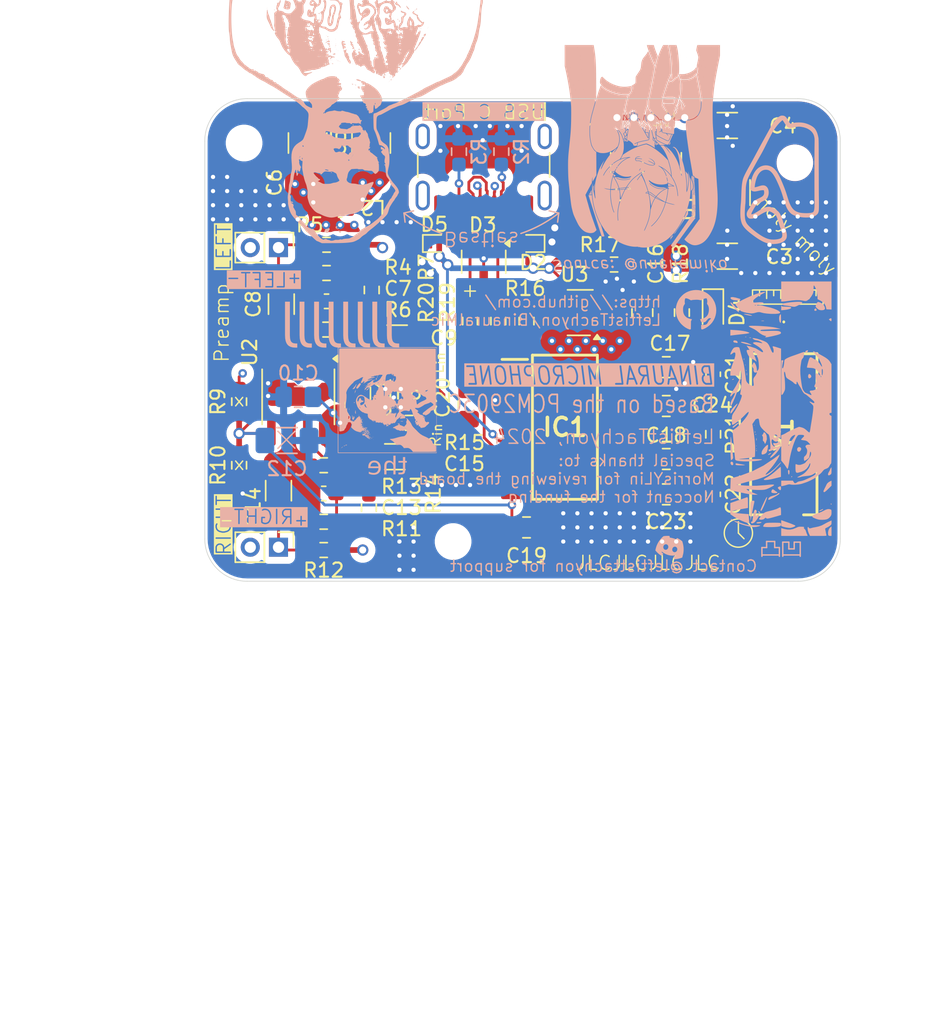
<source format=kicad_pcb>
(kicad_pcb (version 20241229) (generator "pcbnew") (generator_version "9.0")
  (layers (0 "F.Cu" signal) (4 "In1.Cu" signal) (6 "In2.Cu" signal) (2 "B.Cu" signal) (13 "F.Paste" user) (15 "B.Paste" user) (5 "F.SilkS" user "F.Silkscreen") (7 "B.SilkS" user "B.Silkscreen") (1 "F.Mask" user) (3 "B.Mask" user) (25 "Edge.Cuts" user))
  (net 0 "")
  (net 1 "+3.3VA")
  (net 2 "GND")
  (net 3 "VCC")
  (net 4 "/VCOM")
  (net 5 "/USB ADC/XTI")
  (net 6 "/USB ADC/XTO")
  (net 7 "/VBUS")
  (net 8 "+5V")
  (net 9 "/Mic Preamp/VOUT_{L}")
  (net 10 "/Mic Preamp/VN_{L}")
  (net 11 "/VRAW_{L}")
  (net 12 "/Mic Preamp/VOUT_{L}_R")
  (net 13 "/VIN_{L}")
  (net 14 "/Mic Preamp/VOUT_{R}")
  (net 15 "/Mic Preamp/VN_{R}")
  (net 16 "/VRAW_{R}")
  (net 17 "/Mic Preamp/VOUT_{R}_R")
  (net 18 "/VIN_{R}")
  (net 19 "/USB ADC/~{SSPND}_R")
  (net 20 "/D+")
  (net 21 "/D-")
  (net 22 "/DOUT")
  (net 23 "/USB ADC/D_R+")
  (net 26 "/USB ADC/D_R-")
  (net 30 "/USB ADC/~{SSPND}")
  (net 34 "/Connectors/CC1")
  (net 35 "/Connectors/CC2")
  (net 36 "/USB ADC/D+_PUR")
  (footprint "Connector_PinHeader_2.00mm:PinHeader_1x02_P2.00mm_Vertical" (layer "F.Cu") (at 126.0375 61.6 -90)
    (property "Reference" "J4" (hide yes))
    (property "Value" "Conn_01x02_Pin")
  )
  (footprint "MountingHole:MountingHole_2.2mm_M2" (layer "F.Cu") (at 123.6 54.2)
    (property "Reference" "REF**" (hide yes))
    (property "Value" "MountingHole_2.2mm_M2")
  )
  (footprint "binauralmic:ABLS" (layer "F.Cu") (at 161.815981 74.809545 -90)
    (property "Reference" "Y1")
    (property "Value" "ABLS-12.000MHZ-20-D-3-H-T" (hide yes))
  )
  (footprint "Capacitor_SMD:C_1206_3216Metric_Pad1.33x1.80mm_HandSolder" (layer "F.Cu") (at 157.815981 52.959545)
    (property "Reference" "C4")
    (property "Value" "1u")
  )
  (footprint "Capacitor_SMD:C_0805_2012Metric_Pad1.18x1.45mm_HandSolder" (layer "F.Cu") (at 143.6 81.4 180)
    (property "Reference" "C19")
    (property "Value" "10u")
  )
  (footprint "Capacitor_SMD:C_0603_1608Metric_Pad1.08x0.95mm_HandSolder" (layer "F.Cu") (at 129.4375 65.4)
    (property "Reference" "C7")
    (property "Value" "68p")
  )
  (footprint "Resistor_SMD:R_0603_1608Metric_Pad0.98x0.95mm_HandSolder" (layer "F.Cu") (at 154.6 66.2 -90)
    (property "Reference" "R18")
    (property "Value" "5.6k")
  )
  (footprint "Resistor_SMD:R_0603_1608Metric_Pad0.98x0.95mm_HandSolder" (layer "F.Cu") (at 149.8 62.8)
    (property "Reference" "R17")
    (property "Value" "1M")
  )
  (footprint "Resistor_SMD:R_0603_1608Metric_Pad0.98x0.95mm_HandSolder" (layer "F.Cu") (at 132.4375 80 90)
    (property "Reference" "R14")
    (property "Value" "49.9")
  )
  (footprint "Resistor_SMD:R_0603_1608Metric_Pad0.98x0.95mm_HandSolder" (layer "F.Cu") (at 139.6 66.8 -90)
    (property "Reference" "R20")
    (property "Value" "22")
  )
  (footprint "Capacitor_SMD:C_1210_3225Metric_Pad1.33x2.70mm_HandSolder" (layer "F.Cu") (at 128.1 54.200002 90)
    (property "Reference" "C6")
    (property "Value" "22u")
  )
  (footprint "Resistor_SMD:R_0603_1608Metric_Pad0.98x0.95mm_HandSolder" (layer "F.Cu") (at 132.6375 64.6 -90)
    (property "Reference" "R7")
    (property "Value" "49.9")
  )
  (footprint "Resistor_SMD:R_0603_1608Metric_Pad0.98x0.95mm_HandSolder" (layer "F.Cu") (at 129.2375 81)
    (property "Reference" "R11")
    (property "Value" "1M")
  )
  (footprint "Package_TO_SOT_SMD:SOT-23-5_HandSoldering" (layer "F.Cu") (at 147.4 66.2 180)
    (property "Reference" "U3")
    (property "Value" "74LVC1G08")
  )
  (footprint "Connector_PinHeader_2.00mm:PinHeader_1x02_P2.00mm_Vertical" (layer "F.Cu") (at 126.0375 82.8 -90)
    (property "Reference" "J3" (hide yes))
    (property "Value" "Conn_01x02_Pin")
  )
  (footprint "Capacitor_SMD:C_1206_3216Metric_Pad1.33x1.80mm_HandSolder" (layer "F.Cu") (at 134.275 76.4)
    (property "Reference" "C15")
    (property "Value" "4.7u")
  )
  (footprint "Resistor_SMD:R_0603_1608Metric_Pad0.98x0.95mm_HandSolder" (layer "F.Cu") (at 141.6 66.8 -90)
    (property "Reference" "R19")
    (property "Value" "22")
  )
  (footprint "Capacitor_SMD:C_1210_3225Metric_Pad1.33x2.70mm_HandSolder" (layer "F.Cu") (at 148.2 55.6 90)
    (property "Reference" "C1")
    (property "Value" "22u")
  )
  (footprint "Resistor_SMD:R_0603_1608Metric_Pad0.98x0.95mm_HandSolder" (layer "F.Cu") (at 129.4375 61.4 180)
    (property "Reference" "R5")
    (property "Value" "5.9k")
  )
  (footprint "Package_SO:SOIC-8_3.9x4.9mm_P1.27mm" (layer "F.Cu") (at 127.4375 72.162498 -90)
    (property "Reference" "U2")
    (property "Value" "TL972QDRQ1")
  )
  (footprint "Capacitor_SMD:C_0603_1608Metric_Pad1.08x0.95mm_HandSolder" (layer "F.Cu") (at 156.815981 79.059544 -90)
    (property "Reference" "C22")
    (property "Value" "16p")
  )
  (footprint "Resistor_SMD:R_0603_1608Metric_Pad0.98x0.95mm_HandSolder" (layer "F.Cu") (at 129.4375 63.4)
    (property "Reference" "R4")
    (property "Value" "1M")
  )
  (footprint "MountingHole:MountingHole_2.2mm_M2" (layer "F.Cu") (at 162.6 55.6)
    (property "Reference" "REF**" (hide yes))
    (property "Value" "MountingHole_2.2mm_M2")
  )
  (footprint "Inductor_SMD:L_Coilcraft_XFL2010" (layer "F.Cu") (at 130.4 58.450003 180)
    (property "Reference" "L2")
    (property "Value" "XFL2010-823ME")
  )
  (footprint "Capacitor_SMD:C_1206_3216Metric_Pad1.33x1.80mm_HandSolder" (layer "F.Cu") (at 131.6375 72.2 90)
    (property "Reference" "C11")
    (property "Value" "1u")
  )
  (footprint "MountingHole:MountingHole_2.2mm_M2" (layer "F.Cu") (at 138.4 82.4)
    (property "Reference" "REF**" (hide yes))
    (property "Value" "MountingHole_2.2mm_M2")
  )
  (footprint "Resistor_SMD:R_0603_1608Metric_Pad0.98x0.95mm_HandSolder" (layer "F.Cu") (at 129.2375 83 180)
    (property "Reference" "R12")
    (property "Value" "5.9k")
  )
  (footprint "Resistor_SMD:R_0603_1608Metric_Pad0.98x0.95mm_HandSolder" (layer "F.Cu") (at 143.6 66.8 90)
    (property "Reference" "R16")
    (property "Value" "1.5k")
  )
  (footprint "Capacitor_SMD:C_0805_2012Metric_Pad1.18x1.45mm_HandSolder" (layer "F.Cu") (at 151.8 66.2 -90)
    (property "Reference" "C16")
    (property "Value" "0.1u")
  )
  (footprint "LED_SMD:LED_0603_1608Metric_Pad1.05x0.95mm_HandSolder" (layer "F.Cu") (at 156.8 66.2 -90)
    (property "Reference" "D4")
    (property "Value" "LTST-C193KRKT-2A")
  )
  (footprint "Capacitor_SMD:C_1210_3225Metric_Pad1.33x2.70mm_HandSolder" (layer "F.Cu") (at 132.6 54.2 90)
    (property "Reference" "C5")
    (property "Value" "22u")
  )
  (footprint "Capacitor_SMD:C_1206_3216Metric_Pad1.33x1.80mm_HandSolder" (layer "F.Cu") (at 126.2375 65.6 -90)
    (property "Reference" "C8")
    (property "Value" "4.7u")
  )
  (footprint "Capacitor_SMD:C_1206_3216Metric_Pad1.33x1.80mm_HandSolder" (layer "F.Cu") (at 134.4375 68)
    (property "Reference" "C9")
    (property "Value" "4.7u")
  )
  (footprint "Capacitor_SMD:C_1206_3216Metric_Pad1.33x1.80mm_HandSolder" (layer "F.Cu") (at 126.0375 78.8 90)
    (property "Reference" "C14")
    (property "Value" "4.7u")
  )
  (footprint "Capacitor_SMD:C_0603_1608Metric_Pad1.08x0.95mm_HandSolder" (layer "F.Cu") (at 156.815982 70.559546 90)
    (property "Reference" "C21")
    (property "Value" "16p")
  )
  (footprint "Package_TO_SOT_SMD:SOT-23-5_HandSoldering" (layer "F.Cu") (at 157.815981 57.709545 90)
    (property "Reference" "U1")
    (property "Value" "MIC5504-3.3YM5")
  )
  (footprint "Resistor_SMD:R_0603_1608Metric_Pad0.98x0.95mm_HandSolder" (layer "F.Cu") (at 129.2375 77)
    (property "Reference" "R13")
    (property "Value" "18k")
  )
  (footprint "Resistor_SMD:R_0603_1608Metric_Pad0.98x0.95mm_HandSolder" (layer "F.Cu") (at 135.2375 70.4 180)
    (property "Reference" "R8")
    (property "Value" "100k")
  )
  (footprint "Capacitor_SMD:C_1210_3225Metric_Pad1.33x2.70mm_HandSolder" (layer "F.Cu") (at 153.2 55.6 90)
    (property "Reference" "C2")
    (property "Value" "22u")
  )
  (footprint "Inductor_SMD:L_Coilcraft_XFL2010" (layer "F.Cu") (at 150.6 59.8)
    (property "Reference" "L1")
    (property "Value" "XFL2010-823ME")
  )
  (footprint "Diode_SMD:D_SOD-882" (layer "F.Cu") (at 137.065982 61.309546)
    (property "Reference" "D5")
    (property "Value" "PESD5V5C1BL")
  )
  (footprint "Capacitor_SMD:C_0603_1608Metric_Pad1.08x0.95mm_HandSolder" (layer "F.Cu") (at 129.2375 79)
    (property "Reference" "C13")
    (property "Value" "68p")
  )
  (footprint "Capacitor_SMD:C_0805_2012Metric_Pad1.18x1.45mm_HandSolder" (layer "F.Cu") (at 153.493482 72.809545)
    (property "Reference" "C24")
    (property "Value" "10u")
  )
  (footprint "Capacitor_SMD:C_0805_2012Metric_Pad1.18x1.45mm_HandSolder" (layer "F.Cu") (at 153.493483 79.059546)
    (property "Reference" "C23")
    (property "Value" "10u")
  )
  (footprint "Capacitor_SMD:C_1206_3216Metric_Pad1.33x1.80mm_HandSolder" (layer "F.Cu") (at 157.815981 62.209545)
    (property "Reference" "C3")
    (property "Value" "1u")
  )
  (footprint "Capacitor_SMD:C_0805_2012Metric_Pad1.18x1.45mm_HandSolder" (layer "F.Cu") (at 153.493482 70.059546)
    (property "Reference" "C17")
    (property "Value" "10u")
  )
  (footprint "Resistor_SMD:R_0603_1608Metric_Pad0.98x0.95mm_HandSolder" (layer "F.Cu") (at 135.275 74 180)
    (property "Reference" "R15")
    (property "Value" "100k")
  )
  (footprint "Resistor_SMD:R_0603_1608Metric_Pad0.98x0.95mm_HandSolder" (layer "F.Cu") (at 123.25 77 -90)
    (property "Reference" "R10")
    (property "Value" "100k")
  )
  (footprint "Diode_SMD:D_SOD-882" (layer "F.Cu") (at 144.065981 61.309546 180)
    (property "Reference" "D2")
    (property "Value" "PESD5V5C1BL")
  )
  (footprint "Connector_USB:USB_C_Receptacle_GCT_USB4105-xx-A_16P_TopMnt_Horizontal" (layer "F.Cu") (at 140.565981 54.809546 180)
    (property "Reference" "J2" (hide yes))
    (property "Value" "USB4105-GF-A-120")
  )
  (footprint "Capacitor_SMD:C_0805_2012Metric_Pad1.18x1.45mm_HandSolder" (layer "F.Cu") (at 153.49348 76.559546)
    (property "Reference" "C18")
    (property "Value" "10u")
  )
  (footprint "Resistor_SMD:R_0603_1608Metric_Pad0.98x0.95mm_HandSolder" (layer "F.Cu") (at 129.4375 67.4)
    (property "Reference" "R6")
    (property "Value" "18k")
  )
  (footprint "binauralmic:SOP65P780X200-28N" (layer "F.Cu") (at 146.315982 74.309546)
    (property "Reference" "IC1")
    (property "Value" "PCM2903CDBR" (hide yes))
  )
  (footprint "Capacitor_SMD:C_0805_2012Metric_Pad1.18x1.45mm_HandSolder" (layer "F.Cu") (at 139.5 72.7 -90)
    (property "Reference" "C20")
    (property "Value" "10u")
  )
  (footprint "Package_TO_SOT_SMD:SOT-23-3" (layer "F.Cu") (at 140.565981 62.6 -90)
    (property "Reference" "D3")
    (property "Value" "PESD2USB3UVT-QR")
  )
  (footprint "Resistor_SMD:R_0603_1608Metric_Pad0.98x0.95mm_HandSolder" (layer "F.Cu") (at 156.815981 74.809545 -90)
    (property "Reference" "R21")
    (property "Value" "1M")
  )
  (footprint "Resistor_SMD:R_0603_1608Metric_Pad0.98x0.95mm_HandSolder" (layer "F.Cu") (at 123.25 72.5 -90)
    (property "Reference" "R9")
    (property "Value" "100k")
  )
  (footprint "LOGO" (layer "B.Cu") (at 130.441777 53.096203)
    (property "Reference" "G***" (hide yes))
    (property "Value" "LOGO" (hide yes))
  )
  (footprint "LOGO" (layer "B.Cu") (at 151.8 54.6)
    (property "Reference" "G***" (hide yes))
    (property "Value" "LOGO" (hide yes))
  )
  (footprint "LOGO" (layer "B.Cu") (at 159.8 73 -90)
    (property "Reference" "G***" (hide yes))
    (property "Value" "LOGO" (hide yes))
  )
  (footprint "LOGO" (layer "B.Cu") (at 161.4 56.8 -90)
    (property "Reference" "G***" (hide yes))
    (property "Value" "LOGO" (hide yes))
  )
  (footprint "Resistor_SMD:R_0603_1608Metric_Pad0.98x0.95mm_HandSolder" (layer "B.Cu") (at 141.81598 54.809546 90)
    (property "Reference" "R2")
    (property "Value" "5.1k")
  )
  (footprint "LOGO" (layer "B.Cu") (at 163.4 73 -90)
    (property "Reference" "G***" (hide yes))
    (property "Value" "LOGO" (hide yes))
  )
  (footprint "Resistor_SMD:R_0603_1608Metric_Pad0.98x0.95mm_HandSolder" (layer "B.Cu") (at 138.815982 54.809546 90)
    (property "Reference" "R3")
    (property "Value" "5.1k")
  )
  (footprint "LOGO" (layer "B.Cu") (at 153.8 82.8 165)
    (property "Reference" "G***" (hide yes))
    (property "Value" "LOGO" (hide yes))
  )
  (footprint "LOGO" (layer "B.Cu") (at 133.745442 72.382778 180)
    (property "Reference" "G***" (hide yes))
    (property "Value" "LOGO" (hide yes))
  )
  (footprint "Capacitor_SMD:C_1206_3216Metric_Pad1.33x1.80mm_HandSolder" (layer "B.Cu") (at 126.6375 75.25 180)
    (property "Reference" "C12")
    (property "Value" "4.7u")
  )
  (footprint "LOGO" (layer "B.Cu") (at 155.6 66 180)
    (property "Reference" "G***" (hide yes))
    (property "Value" "LOGO" (hide yes))
  )
  (footprint "Capacitor_SMD:C_0805_2012Metric_Pad1.18x1.45mm_HandSolder" (layer "B.Cu") (at 127.4375 72.162498 180)
    (property "Reference" "C10")
    (property "Value" "0.1u")
  )
  (gr_line (start 162.1 64.6) (end 162.1 65) (stroke (width 0.1)) (layer "F.SilkS"))
  (gr_line (start 123.5 76.7) (end 123 77.3) (stroke (width 0.1)) (layer "F.SilkS"))
  (gr_line (start 158.6 81.8) (end 159 82.2) (stroke (width 0.1)) (layer "F.SilkS"))
  (gr_line (start 123 72.2) (end 123.5 72.8) (stroke (width 0.1)) (layer "F.SilkS"))
  (gr_line (start 163.1 64.6) (end 163.1 65) (stroke (width 0.1)) (layer "F.SilkS"))
  (gr_line (start 158.6 81.8) (end 158.6 81) (stroke (width 0.1)) (layer "F.SilkS"))
  (gr_line (start 162.6 64.6) (end 162.6 65.2) (stroke (width 0.1)) (layer "F.SilkS"))
  (gr_rect (start 159.6 64.6) (end 164.6 65.6) (stroke (width 0.1)) (fill no) (layer "F.SilkS"))
  (gr_line (start 123 76.7) (end 123.5 77.3) (stroke (width 0.1)) (layer "F.SilkS"))
  (gr_line (start 123.5 72.2) (end 123 72.8) (stroke (width 0.1)) (layer "F.SilkS"))
  (gr_line (start 160.1 64.6) (end 160.1 65) (stroke (width 0.1)) (layer "F.SilkS"))
  (gr_line (start 164.1 64.6) (end 164.1 65) (stroke (width 0.1)) (layer "F.SilkS"))
  (gr_line (start 161.6 64.6) (end 161.6 65.2) (stroke (width 0.1)) (layer "F.SilkS"))
  (gr_line (start 161.1 64.6) (end 161.1 65) (stroke (width 0.1)) (layer "F.SilkS"))
  (gr_line (start 163.6 64.6) (end 163.6 65.2) (stroke (width 0.1)) (layer "F.SilkS"))
  (gr_circle (center 158.6 81.8) (end 159.6 81.8) (stroke (width 0.1)) (fill no) (layer "F.SilkS"))
  (gr_line (start 160.6 64.6) (end 160.6 65.2) (stroke (width 0.1)) (layer "F.SilkS"))
  (gr_line (start 134.920272 59.155039) (end 135.6 59) (stroke (width 0.1)) (layer "B.SilkS"))
  (gr_line (start 127.2 74.6) (end 126 75.8) (stroke (width 0.1)) (layer "B.SilkS"))
  (gr_line (start 145.879716 59.155039) (end 145.799988 59.8) (stroke (width 0.1)) (layer "B.SilkS"))
  (gr_line (start 134.920272 59.155039) (end 135 59.8) (stroke (width 0.1)) (layer "B.SilkS"))
  (gr_line (start 145.879716 59.155039) (end 145.199988 59) (stroke (width 0.1)) (layer "B.SilkS"))
  (gr_arc (start 137.6 60.6) (mid 136.197566 59.993558) (end 134.920272 59.155039) (stroke (width 0.1)) (layer "B.SilkS"))
  (gr_arc (start 145.879716 59.155039) (mid 144.602422 59.993558) (end 143.199988 60.6) (stroke (width 0.1)) (layer "B.SilkS"))
  (gr_line (start 126 74.6) (end 127.2 75.8) (stroke (width 0.1)) (layer "B.SilkS"))
  (gr_line (start 165.815981 54.059546) (end 165.815981 82.209547) (stroke (width 0.05)) (layer "Edge.Cuts"))
  (gr_arc (start 123.815981 85.209545) (mid 121.694661 84.330865) (end 120.815981 82.209545) (stroke (width 0.05)) (layer "Edge.Cuts"))
  (gr_line (start 162.815981 85.209547) (end 123.815981 85.209545) (stroke (width 0.05)) (layer "Edge.Cuts"))
  (gr_arc (start 162.815981 51.059546) (mid 164.937297 51.938222) (end 165.815981 54.059546) (stroke (width 0.05)) (layer "Edge.Cuts"))
  (gr_arc (start 120.81598 54.059546) (mid 121.69466 51.938226) (end 123.81598 51.059546) (stroke (width 0.05)) (layer "Edge.Cuts"))
  (gr_line (start 123.81598 51.059546) (end 162.815981 51.059546) (stroke (width 0.05)) (layer "Edge.Cuts"))
  (gr_line (start 120.815981 82.209545) (end 120.81598 54.059546) (stroke (width 0.05)) (layer "Edge.Cuts"))
  (gr_arc (start 165.815981 82.209547) (mid 164.937284 84.33083) (end 162.815981 85.209547) (stroke (width 0.05)) (layer "Edge.Cuts"))
  (gr_text "USB C Port" (at 140.6 52.6 0) (layer "F.SilkS" knockout) (effects (font (size 1 1) (thickness 0.1)) (justify bottom)))
  (gr_text "R_{in}" (at 137.6 75.8 90) (layer "F.SilkS") (effects (font (size 0.8 0.8) (thickness 0.1)) (justify left bottom)))
  (gr_text "L_{in}" (at 137.8 70.6 90) (layer "F.SilkS") (effects (font (size 0.8 0.8) (thickness 0.1)) (justify left bottom)))
  (gr_text "Preamp" (at 122.6 69.8 90) (layer "F.SilkS") (effects (font (size 1 1) (thickness 0.1)) (justify left bottom)))
  (gr_text "LEFT" (at 122.75 61.6 90) (layer "F.SilkS" knockout) (effects (font (size 1 1) (thickness 0.1)) (justify bottom)))
  (gr_text "JLCJLCJLCJLC" (at 147 84.5 0) (layer "F.SilkS") (effects (font (size 1 1) (thickness 0.1)) (justify left bottom)))
  (gr_text "RIGHT" (at 122.75 81.25 90) (layer "F.SilkS" knockout) (effects (font (size 1 1) (thickness 0.1)) (justify bottom)))
  (gr_text "+" (at 139.6 64.6 0) (layer "F.SilkS") (effects (font (size 1 1) (thickness 0.1))))
  (gr_text "holy moly" (at 162.7 60.7 -45) (layer "F.SilkS") (effects (font (size 1 1) (thickness 0.1))))
  (gr_text "凹凸" (at 161.6 82.4 0) (layer "B.SilkS") (effects (font (size 1 1) (thickness 0.1)) (justify top mirror)))
  (gr_text "_{+}RIGHT_{-}" (at 125 81.25 0) (layer "B.SilkS" knockout) (effects (font (size 1 1) (thickness 0.1)) (justify bottom mirror)))
  (gr_text "LeftistTachyon, 2024" (at 157 74.4 -0) (layer "B.SilkS") (effects (font (size 1 1) (thickness 0.1)) (justify left top mirror)))
  (gr_text "BINAURAL MICROPHONE" (at 157 71.4 0) (layer "B.SilkS" knockout) (effects (font (size 1.25 1) (thickness 0.125) (italic yes)) (justify left bottom mirror)))
  (gr_text "Special thanks to:\nMorrisYLin for reviewing the board\nNoccant for the funding" (at 157 76.2 0) (layer "B.SilkS") (effects (font (size 0.8 0.8) (thickness 0.1)) (justify left top mirror)))
  (gr_text "Based on the PCM2903C" (at 157 73.4 0) (layer "B.SilkS") (effects (font (size 1.25 1) (thickness 0.125)) (justify left bottom mirror)))
  (gr_text "Besties" (at 140.4 60.4 180) (layer "B.SilkS") (effects (font (size 1 1) (thickness 0.1)) (justify bottom mirror)))
  (gr_text "Source: @unenemiko" (at 151.6 62.4 180) (layer "B.SilkS") (effects (font (size 0.8 0.8) (thickness 0.1) (italic yes)) (justify bottom mirror)))
  (gr_text "https://github.com/\nLeftistTachyon/BinauralMic" (at 153.2 66.078615 0) (layer "B.SilkS") (effects (font (size 0.8 0.8) (thickness 0.1)) (justify left mirror)))
  (gr_text "USB C Port" (at 140.6 52.6 0) (layer "B.SilkS" knockout) (effects (font (size 1 1) (thickness 0.1)) (justify bottom mirror)))
  (gr_text "Contact @leftisttachyon for support" (at 160 84.6 0) (layer "B.SilkS") (effects (font (size 0.8 0.8) (thickness 0.1)) (justify left bottom mirror)))
  (gr_text "JJJJJJJJ" (at 134.4 68.4 0) (layer "B.SilkS") (effects (font (size 2.5 2.5) (thickness 0.1)) (justify left bottom mirror)))
  (gr_text "the" (at 133.735175 76.4 0) (layer "B.SilkS") (effects (font (size 1.25 1.25) (thickness 0.1)) (justify top mirror)))
  (gr_text "^{+}LEFT^{-}" (at 125 64.5 0) (layer "B.SilkS" knockout) (effects (font (size 1 1) (thickness 0.1)) (justify bottom mirror)))
  (segment (start 123.25 70.75) (end 123.5 70.5) (width 0.2) (layer "F.Cu") (net 1))
  (segment (start 123.25 71.5875) (end 123.25 70.75) (width 0.2) (layer "F.Cu") (net 1))
  (via (at 128.5 57.1) (size 0.6) (drill 0.3) (layers "F.Cu" "B.Cu") (net 1))
  (via (at 127.2 57.1) (size 0.6) (drill 0.3) (layers "F.Cu" "B.Cu") (net 1))
  (via (at 128.5 58.4) (size 0.6) (drill 0.3) (layers "F.Cu" "B.Cu") (net 1))
  (via (at 131.4 60) (size 0.6) (drill 0.3) (layers "F.Cu" "B.Cu") (net 1))
  (via (at 130.4 60) (size 0.6) (drill 0.3) (layers "F.Cu" "B.Cu") (net 1))
  (via (at 127.8 57.7) (size 0.6) (drill 0.3) (layers "F.Cu" "B.Cu") (net 1))
  (via (at 128.4 60) (size 0.6) (drill 0.3) (layers "F.Cu" "B.Cu") (net 1))
  (via (at 129.9 73.3) (size 0.6) (drill 0.3) (layers "F.Cu" "B.Cu") (net 1))
  (via (at 123.5 70.5) (size 0.6) (drill 0.3) (layers "F.Cu" "B.Cu") (net 1))
  (via (at 129.4 60) (size 0.6) (drill 0.3) (layers "F.Cu" "B.Cu") (net 1))
  (via (at 130.4 74) (size 0.6) (drill 0.3) (layers "F.Cu" "B.Cu") (net 1))
  (segment (start 130.4 73.8) (end 129.9 73.3) (width 0.2) (layer "B.Cu") (net 1))
  (segment (start 128.762498 72.162498) (end 129.9 73.3) (width 0.2) (layer "B.Cu") (net 1))
  (segment (start 128.475 72.162498) (end 128.762498 72.162498) (width 0.2) (layer "B.Cu") (net 1))
  (segment (start 130.4 74) (end 130.4 73.8) (width 0.2) (layer "B.Cu") (net 1))
  (segment (start 155.393482 79.922045) (end 154.530983 79.059546) (width 0.2) (layer "F.Cu") (net 2))
  (segment (start 149.86598 71.384546) (end 153 71.384546) (width 0.2) (layer "F.Cu") (net 2))
  (segment (start 153.800264 77.400264) (end 154.530982 76.669545) (width 0.2) (layer "F.Cu") (net 2))
  (segment (start 139.5 74.514215) (end 139.5 73.7375) (width 0.2) (layer "F.Cu") (net 2))
  (segment (start 153.205982 71.384546) (end 154.530982 70.059546) (width 0.2) (layer "F.Cu") (net 2))
  (segment (start 142.765982 72.034546) (end 141.731635 72.034546) (width 0.2) (layer "F.Cu") (net 2))
  (segment (start 153.700264 77.500264) (end 153.700264 77.888828) (width 0.2) (layer "F.Cu") (net 2))
  (segment (start 137.365982 58.489546) (end 137.365982 59.509546) (width 0.4) (layer "F.Cu") (net 2))
  (segment (start 153 71.384546) (end 153.205982 71.384546) (width 0.2) (layer "F.Cu") (net 2))
  (segment (start 157.815981 60.4) (end 157.815981 60.647045) (width 0.4) (layer "F.Cu") (net 2))
  (segment (start 154.530983 78.719546) (end 153.705718 77.894282) (width 0.2) (layer "F.Cu") (net 2))
  (segment (start 123.25 78.75) (end 123.5 79) (width 0.2) (layer "F.Cu") (net 2))
  (segment (start 142.765982 76.584546) (end 143.840982 76.584546) (width 0.2) (layer "F.Cu") (net 2))
  (segment (start 153.800264 77.400264) (end 153.700264 77.500264) (width 0.2) (layer "F.Cu") (net 2))
  (segment (start 154.893483 69.697045) (end 154.530982 70.059546) (width 0.2) (layer "F.Cu") (net 2))
  (segment (start 145.290454 61.309546) (end 145.4 61.2) (width 0.4) (layer "F.Cu") (net 2))
  (segment (start 144.6375 77.381064) (end 144.6375 81.4) (width 0.2) (layer "F.Cu") (net 2))
  (segment (start 153.505982 77.694545) (end 153.800264 77.400264) (width 0.2) (layer "F.Cu") (net 2))
  (segment (start 142.765982 76.584546) (end 141.570331 76.584546) (width 0.2) (layer "F.Cu") (net 2))
  (segment (start 153.205982 71.405982) (end 154.530982 72.730982) (width 0.2) (layer "F.Cu") (net 2))
  (segment (start 153.700264 77.888828) (end 153.705718 77.894282) (width 0.2) (layer "F.Cu") (net 2))
  (segment (start 156.815982 69.697045) (end 155.6 69.697045) (width 0.2) (layer "F.Cu") (net 2))
  (segment (start 155.4 69.697045) (end 154.893483 69.697045) (width 0.2) (layer "F.Cu") (net 2))
  (segment (start 151.065982 73.834545) (end 150.915981 73.984546) (width 0.2) (layer "F.Cu") (net 2))
  (segment (start 136.2 62.6) (end 136.2 61.825529) (width 0.4) (layer "F.Cu") (net 2))
  (segment (start 136.2 62.8) (end 136.8 63.4) (width 0.4) (layer "F.Cu") (net 2))
  (segment (start 155.6 69.697045) (end 155.4 69.697045) (width 0.2) (layer "F.Cu") (net 2))
  (segment (start 141.570331 76.584546) (end 139.5 74.514215) (width 0.2) (layer "F.Cu") (net 2))
  (segment (start 144.415982 61.309546) (end 144.415982 60.159547) (width 0.4) (layer "F.Cu") (net 2))
  (segment (start 150.915981 73.984546) (end 149.865983 73.984546) (width 0.2) (layer "F.Cu") (net 2))
  (segment (start 153.205982 71.384546) (end 153.205982 71.405982) (width 0.2) (layer "F.Cu") (net 2))
  (segment (start 123.25 77.9125) (end 123.25 78.75) (width 0.2) (layer "F.Cu") (net 2))
  (segment (start 136.2 62.6) (end 136.2 62.8) (width 0.4) (layer "F.Cu") (net 2))
  (segment (start 150.856667 76.584545) (end 151.966667 77.694545) (width 0.2) (layer "F.Cu") (net 2))
  (segment (start 149.865982 76.584546) (end 150.856667 76.584545) (width 0.2) (layer "F.Cu") (net 2))
  (segment (start 136.715981 60.159545) (end 136.715981 61.309546) (width 0.4) (layer "F.Cu") (net 2))
  (segment (start 156.815981 79.922045) (end 155.6 79.922045) (width 0.2) (layer "F.Cu") (net 2))
  (segment (start 153.615983 73.834545) (end 151.065982 73.834545) (width 0.2) (layer "F.Cu") (net 2))
  (segment (start 155.6 79.922045) (end 155.393482 79.922045) (width 0.2) (layer "F.Cu") (net 2))
  (segment (start 157.815981 59.059545) (end 157.815981 60.4) (width 0.4) (layer "F.Cu") (net 2))
  (segment (start 153 71.384546) (end 153.105983 71.384546) (width 0.2) (layer "F.Cu") (net 2))
  (segment (start 157.815981 60.647045) (end 159.378481 62.209545) (width 0.4) (layer "F.Cu") (net 2))
  (segment (start 151.966667 77.694545) (end 153.505982 77.694545) (width 0.2) (layer "F.Cu") (net 2))
  (segment (start 153.705718 77.894282) (end 153.505982 77.694545) (width 0.2) (layer "F.Cu") (net 2))
  (segment (start 154.530983 79.059546) (end 154.530983 78.719546) (width 0.2) (layer "F.Cu") (net 2))
  (segment (start 137.365982 59.509546) (end 136.715981 60.159545) (width 0.4) (layer "F.Cu") (net 2))
  (segment (start 144.415982 60.159547) (end 143.765982 59.509547) (width 0.4) (layer "F.Cu") (net 2))
  (segment (start 144.41598 61.309546) (end 145.290454 61.309546) (width 0.4) (layer "F.Cu") (net 2))
  (segment (start 141.731635 72.034546) (end 141.370013 72.396168) (width 0.2) (layer "F.Cu") (net 2))
  (segment (start 143.840982 76.584546) (end 144.6375 77.381064) (width 0.2) (layer "F.Cu") (net 2))
  (segment (start 154.530984 72.919544) (end 153.615983 73.834545) (width 0.2) (layer "F.Cu") (net 2))
  (segment (start 140.565981 62.359545) (end 140.565981 63.7375) (width 0.2) (layer "F.Cu") (net 2))
  (segment (start 154.530982 72.730982) (end 154.530982 72.809545) (width 0.2) (layer "F.Cu") (net 2))
  (segment (start 136.2 61.825529) (end 136.715983 61.309546) (width 0.4) (layer "F.Cu") (net 2))
  (segment (start 143.765982 59.509547) (end 143.765981 58.489544) (width 0.4) (layer "F.Cu") (net 2))
  (segment (start 145.4 61.2) (end 145.6 61) (width 0.4) (layer "F.Cu") (net 2))
  (segment (start 145.6 61) (end 145.6 60.2) (width 0.4) (layer "F.Cu") (net 2))
  (via (at 161.8 59.4) (size 0.6) (drill 0.3) (layers "F.Cu" "B.Cu") (net 2))
  (via (at 154.2 71.6) (size 0.6) (drill 0.3) (layers "F.Cu" "B.Cu") (net 2))
  (via (at 149.2 64) (size 0.6) (drill 0.3) (layers "F.Cu" "B.Cu") (net 2))
  (via (at 139.6 78.4) (size 0.6) (drill 0.3) (layers "F.Cu" "B.Cu") (net 2))
  (via (at 124.4 58.6) (size 0.6) (drill 0.3) (layers "F.Cu" "B.Cu") (net 2))
  (via (at 140 53) (size 0.6) (drill 0.3) (layers "F.Cu" "B.Cu") (net 2))
  (via (at 149.2 82.4) (size 0.6) (drill 0.3) (layers "F.Cu" "B.Cu") (net 2))
  (via (at 145.4 61.2) (size 0.8) (drill 0.5) (layers "F.Cu" "B.Cu") (net 2))
  (via (at 161.8 62.4) (size 0.6) (drill 0.3) (layers "F.Cu" "B.Cu") (net 2))
  (via (at 151.2 81.4) (size 0.6) (drill 0.3) (layers "F.Cu" "B.Cu") (net 2))
  (via (at 158.2 54.4) (size 0.6) (drill 0.3) (layers "F.Cu" "B.Cu") (net 2))
  (via (at 137.6 78.4) (size 0.6) (drill 0.3) (layers "F.Cu" "B.Cu") (net 2))
  (via (at 160.8 62.4) (size 0.6) (drill 0.3) (layers "F.Cu" "B.Cu") (net 2))
  (via (at 133.6 72.9) (size 0.6) (drill 0.3) (layers "F.Cu" "B.Cu") (net 2))
  (via (at 152.2 81.4) (size 0.6) (drill 0.3) (layers "F.Cu" "B.Cu") (net 2))
  (via (at 150.2 81.4) (size 0.6) (drill 0.3) (layers "F.Cu" "B.Cu") (net 2))
  (via (at 150.4 64.6) (size 0.6) (drill 0.3) (layers "F.Cu" "B.Cu") (net 2))
  (via (at 124.4 59.6) (size 0.6) (drill 0.3) (layers "F.Cu" "B.Cu") (net 2))
  (via (at 151.2 82.4) (size 0.6) (drill 0.3) (layers "F.Cu" "B.Cu") (net 2))
  (via (at 137.5 54.75) (size 0.6) (drill 0.3) (layers "F.Cu" "B.Cu") (net 2))
  (via (at 141.370013 72.396168) (size 0.6) (drill 0.3) (layers "F.Cu" "B.Cu") (net 2))
  (via (at 140.5 54) (size 0.6) (drill 0.3) (layers "F.Cu" "B.Cu") (net 2))
  (via (at 160.8 60.4) (size 0.6) (drill 0.3) (layers "F.Cu" "B.Cu") (net 2))
  (via (at 164.8 63.4) (size 0.6) (drill 0.3) (layers "F.Cu" "B.Cu") (net 2))
  (via (at 125.4 57.6) (size 0.6) (drill 0.3) (layers "F.Cu" "B.Cu") (net 2))
  (via (at 157.8 53.8) (size 0.6) (drill 0.3) (layers "F.Cu" "B.Cu") (net 2))
  (via (at 141 53) (size 0.6) (drill 0.3) (layers "F.Cu" "B.Cu") (net 2))
  (via (at 158.2 51.6) (size 0.6) (drill 0.3) (layers "F.Cu" "B.Cu") (net 2))
  (via (at 126.4 59.6) (size 0.6) (drill 0.3) (layers "F.Cu" "B.Cu") (net 2))
  (via (at 162.8 63.4) (size 0.6) (drill 0.3) (layers "F.Cu" "B.Cu") (net 2))
  (via (at 123.4 57.6) (size 0.6) (drill 0.3) (layers "F.Cu" "B.Cu") (net 2))
  (via (at 157.815981 60.4) (size 0.6) (drill 0.3) (layers "F.Cu" "B.Cu") (net 2))
  (via (at 137.5 53) (size 0.6) (drill 0.3) (layers "F.Cu" "B.Cu") (net 2))
  (via (at 136.8 63.4) (size 0.8) (drill 0.5) (layers "F.Cu" "B.Cu") (net 2))
  (via (at 122.4 59.6) (size 0.6) (drill 0.3) (layers "F.Cu" "B.Cu") (net 2))
  (via (at 154.2 80.4) (size 0.6) (drill 0.3) (layers "F.Cu" "B.Cu") (net 2))
  (via (at 148.2 82.4) (size 0.6) (drill 0.3) (layers "F.Cu" "B.Cu") (net 2))
  (via (at 122.4 57.6) (size 0.6) (drill 0.3) (layers "F.Cu" "B.Cu") (net 2))
  (via (at 150.2 80.4) (size 0.6) (drill 0.3) (layers "F.Cu" "B.Cu") (net 2))
  (via (at 157.8 53) (size 0.6) (drill 0.3) (layers "F.Cu" "B.Cu") (net 2))
  (via (at 163.8 59.4) (size 0.6) (drill 0.3) (layers "F.Cu" "B.Cu") (net 2))
  (via (at 124.4 57.6) (size 0.6) (drill 0.3) (layers "F.Cu" "B.Cu") (net 2))
  (via (at 147.2 81.4) (size 0.6) (drill 0.3) (layers "F.Cu" "B.Cu") (net 2))
  (via (at 136.6 78.4) (size 0.6) (drill 0.3) (layers "F.Cu" "B.Cu") (net 2))
  (via (at 134.7 71.6) (size 0.6) (drill 0.3) (layers "F.Cu" "B.Cu") (net 2))
  (via (at 152.2 82.4) (size 0.6) (drill 0.3) (layers "F.Cu" "B.Cu") (net 2))
  (via (at 155.2 81.4) (size 0.6) (drill 0.3) (layers "F.Cu" "B.Cu") (net 2))
  (via (at 160.8 59.4) (size 0.6) (drill 0.3) (layers "F.Cu" "B.Cu") (net 2))
  (via (at 157.8 62.4) (size 0.6) (drill 0.3) (layers "F.Cu" "B.Cu") (net 2))
  (via (at 138.6 78.4) (size 0.6) (drill 0.3) (layers "F.Cu" "B.Cu") (net 2))
  (via (at 146.2 81.4) (size 0.6) (drill 0.3) (layers "F.Cu" "B.Cu") (net 2))
  (via (at 162.8 58.4) (size 0.6) (drill 0.3) (layers "F.Cu" "B.Cu") (net 2))
  (via (at 164.8 60.4) (size 0.6) (drill 0.3) (layers "F.Cu" "B.Cu") (net 2))
  (via (at 127.4 59.6) (size 0.6) (drill 0.3) (layers "F.Cu" "B.Cu") (net 2))
  (via (at 155.2 80.4) (size 0.6) (drill 0.3) (layers "F.Cu" "B.Cu") (net 2))
  (via (at 133.6 71.6) (size 0.6) (drill 0.3) (layers "F.Cu" "B.Cu") (net 2))
  (via (at 132.4 59.8) (size 0.6) (drill 0.3) (layers "F.Cu" "B.Cu") (net 2))
  (via (at 159.8 63.4) (size 0.6) (drill 0.3) (layers "F.Cu" "B.Cu") (net 2))
  (via (at 135.4 59.8) (size 0.6) (drill 0.3) (layers "F.Cu" "B.Cu") (net 2))
  (via (at 134.6 83.4) (size 0.6) (drill 0.3) (layers "F.Cu" "B.Cu") (net 2))
  (via (at 145.6 60.2) (size 0.8) (drill 0.5) (layers "F.Cu" "B.Cu") (net 2))
  (via (at 121.4 58.6) (size 0.6) (drill 0.3) (layers "F.Cu" "B.Cu") (net 2))
  (via (at 162.8 61.4) (size 0.6) (drill 0.3) (layers "F.Cu" "B.Cu") (net 2))
  (via (at 125.3 71.2) (size 0.6) (drill 0.3) (layers "F.Cu" "B.Cu") (net 2))
  (via (at 148.2 80.4) (size 0.6) (drill 0.3) (layers "F.Cu" "B.Cu") (net 2))
  (via (at 150 63.8) (size 0.6) (drill 0.3) (layers "F.Cu" "B.Cu") (net 2))
  (via (at 157.8 52.2) (size 0.6) (drill 0.3) (layers "F.Cu" "B.Cu") (net 2))
  (via (at 157.8 61.4) (size 0.6) (drill 0.3) (layers "F.Cu" "B.Cu") (net 2))
  (via (at 121.4 56.6) (size 0.6) (drill 0.3) (layers "F.Cu" "B.Cu") (net 2))
  (via (at 135.6 83.4) (size 0.6) (drill 0.3) (layers "F.Cu" "B.Cu") (net 2))
  (via (at 153.2 81.4) (size 0.6) (drill 0.3) (layers "F.Cu" "B.Cu") (net 2))
  (via (at 159.8 58.4) (size 0.6) (drill 0.3) (layers "F.Cu" "B.Cu") (net 2))
  (via (at 134.6 82.4) (size 0.6) (drill 0.3) (layers "F.Cu" "B.Cu") (net 2))
  (via (at 162.8 62.4) (size 0.6) (drill 0.3) (layers "F.Cu" "B.Cu") (net 2))
  (via (at 150.2 82.4) (size 0.6) (drill 0.3) (layers "F.Cu" "B.Cu") (net 2))
  (via (at 164.8 59.4) (size 0.6) (drill 0.3) (layers "F.Cu" "B.Cu") (net 2))
  (via (at 155.4 69.697045) (size 0.6) (drill 0.3) (layers "F.Cu" "B.Cu") (net 2))
  (via (at 146.2 82.4) (size 0.6) (drill 0.3) (layers "F.Cu" "B.Cu") (net 2))
  (via (at 121.4 59.6) (size 0.6) (drill 0.3) (layers "F.Cu" "B.Cu") (net 2))
  (via (at 154.8 71.2) (size 0.6) (drill 0.3) (layers "F.Cu" "B.Cu") (net 2))
  (via (at 135.6 78.4) (size 0.6) (drill 0.3) (layers "F.Cu" "B.Cu") (net 2))
  (via (at 143.25 54.75) (size 0.6) (drill 0.3) (layers "F.Cu" "B.Cu") (net 2))
  (via (at 148.2 81.4) (size 0.6) (drill 0.3) (layers "F.Cu" "B.Cu") (net 2))
  (via (at 138.75 53) (size 0.6) (drill 0.3) (layers "F.Cu" "B.Cu") (net 2))
  (via (at 160.8 58.4) (size 0.6) (drill 0.3) (layers "F.Cu" "B.Cu") (net 2))
  (via (at 126.4 58.6) (size 0.6) (drill 0.3) (layers "F.Cu" "B.Cu") (net 2))
  (via (at 123.4 59.6) (size 0.6) (drill 0.3) (layers "F.Cu" "B.Cu") (net 2))
  (via (at 161.8 60.4) (size 0.6) (drill 0.3) (layers "F.Cu" "B.Cu") (net 2))
  (via (at 143.25 53) (size 0.6) (drill 0.3) (layers "F.Cu" "B.Cu") (net 2))
  (via (at 142.25 53) (size 0.6) (drill 0.3) (layers "F.Cu" "B.Cu") (net 2))
  (via (at 160.8 61.4) (size 0.6) (drill 0.3) (layers "F.Cu" "B.Cu") (net 2))
  (via (at 125.4 56.6) (size 0.6) (drill 0.3) (layers "F.Cu" "B.Cu") (net 2))
  (via (at 151.2 64) (size 0.6) (drill 0.3) (layers "F.Cu" "B.Cu") (net 2))
  (via (at 133.4 59.8) (size 0.6) (drill 0.3) (layers "F.Cu" "B.Cu") (net 2))
  (via (at 147.2 80.4) (size 0.6) (drill 0.3) (layers "F.Cu" "B.Cu") (net 2))
  (via (at 149.2 81.4) (size 0.6) (drill 0.3) (layers "F.Cu" "B.Cu") (net 2))
  (via (at 134.2 72.2) (size 0.6) (drill 0.3) (layers "F.Cu" "B.Cu") (net 2))
  (via (at 153.2 82.4) (size 0.6) (drill 0.3) (layers "F.Cu" "B.Cu") (net 2))
  (via (at 134.4 59.8) (size 0.6) (drill 0.3) (layers "F.Cu" "B.Cu") (net 2))
  (via (at 164.8 62.4) (size 0.6) (drill 0.3) (layers "F.Cu" "B.Cu") (net 2))
  (via (at 125.4 58.6) (size 0.6) (drill 0.3) (layers "F.Cu" "B.Cu") (net 2))
  (via (at 125.3 72.1) (size 0.6) (drill 0.3) (layers "F.Cu" "B.Cu") (net 2))
  (via (at 163.8 58.4) (size 0.6) (drill 0.3) (layers "F.Cu" "B.Cu") (net 2))
  (via (at 161.8 61.4) (size 0.6) (drill 0.3) (layers "F.Cu" "B.Cu") (net 2))
  (via (at 135.6 82.4) (size 0.6) (drill 0.3) (layers "F.Cu" "B.Cu") (net 2))
  (via (at 121.4 57.6) (size 0.6) (drill 0.3) (layers "F.Cu" "B.Cu") (net 2))
  (via (at 122.4 58.6) (size 0.6) (drill 0.3) (layers "F.Cu" "B.Cu") (net 2))
  (via (at 136.2 62.6) (size 0.8) (drill 0.5) (layers "F.Cu" "B.Cu") (net 2))
  (via (at 123.5 79) (size 0.6) (drill 0.3) (layers "F.Cu" "B.Cu") (net 2))
  (via (at 122.4 56.6) (size 0.6) (drill 0.3) (layers "F.Cu" "B.Cu") (net 2))
  (via (at 164.8 61.4) (size 0.6) (drill 0.3) (layers "F.Cu" "B.Cu") (net 2))
  (via (at 151.2 80.4) (size 0.6) (drill 0.3) (layers "F.Cu" "B.Cu") (net 2))
  (via (at 164.8 58.4) (size 0.6) (drill 0.3) (layers "F.Cu" "B.Cu") (net 2))
  (via (at 135.6 81.4) (size 0.6) (drill 0.3) (layers "F.Cu" "B.Cu") (net 2))
  (via (at 152.2 80.4) (size 0.6) (drill 0.3) (layers "F.Cu" "B.Cu") (net 2))
  (via (at 134.6 84.4) (size 0.6) (drill 0.3) (layers "F.Cu" "B.Cu") (net 2))
  (via (at 155.2 82.4) (size 0.6) (drill 0.3) (layers "F.Cu" "B.Cu") (net 2))
  (via (at 135.6 84.4) (size 0.6) (drill 0.3) (layers "F.Cu" "B.Cu") (net 2))
  (via (at 161.8 63.4) (size 0.6) (drill 0.3) (layers "F.Cu" "B.Cu") (net 2))
  (via (at 123.4 58.6) (size 0.6) (drill 0.3) (layers "F.Cu" "B.Cu") (net 2))
  (via (at 158.8 63.4) (size 0.6) (drill 0.3) (layers "F.Cu" "B.Cu") (net 2))
  (via (at 163.8 60.4) (size 0.6) (drill 0.3) (layers "F.Cu" "B.Cu") (net 2))
  (via (at 146.2 80.4) (size 0.6) (drill 0.3) (layers "F.Cu" "B.Cu") (net 2))
  (via (at 154.2 81.4) (size 0.6) (drill 0.3) (layers "F.Cu" "B.Cu") (net 2))
  (via (at 125.4 59.6) (size 0.6) (drill 0.3) (layers "F.Cu" "B.Cu") (net 2))
  (via (at 134.7 72.9) (size 0.6) (drill 0.3) (layers "F.Cu" "B.Cu") (net 2))
  (via (at 160.8 63.4) (size 0.6) (drill 0.3) (layers "F.Cu" "B.Cu") (net 2))
  (via (at 162.8 59.4) (size 0.6) (drill 0.3) (layers "F.Cu" "B.Cu") (net 2))
  (via (at 140.565981 62.359545) (size 0.6) (drill 0.3) (layers "F.Cu" "B.Cu") (net 2))
  (via (at 147.2 82.4) (size 0.6) (drill 0.3) (layers "F.Cu" "B.Cu") (net 2))
  (via (at 154.2 82.4) (size 0.6) (drill 0.3) (layers "F.Cu" "B.Cu") (net 2))
  (via (at 149.2 80.4) (size 0.6) (drill 0.3) (layers "F.Cu" "B.Cu") (net 2))
  (via (at 163.8 61.4) (size 0.6) (drill 0.3) (layers "F.Cu" "B.Cu") (net 2))
  (via (at 163.8 62.4) (size 0.6) (drill 0.3) (layers "F.Cu" "B.Cu") (net 2))
  (via (at 162.8 60.4) (size 0.6) (drill 0.3) (layers "F.Cu" "B.Cu") (net 2))
  (via (at 159.8 59.4) (size 0.6) (drill 0.3) (layers "F.Cu" "B.Cu") (net 2))
  (via (at 161.8 58.4) (size 0.6) (drill 0.3) (layers "F.Cu" "B.Cu") (net 2))
  (via (at 163.8 63.4) (size 0.6) (drill 0.3) (layers "F.Cu" "B.Cu") (net 2))
  (via (at 153.2 80.4) (size 0.6) (drill 0.3) (layers "F.Cu" "B.Cu") (net 2))
  (segment (start 152.455982 72.809546) (end 151.930983 73.334544) (width 0.2) (layer "F.Cu") (net 3))
  (segment (start 150.800528 77.234546) (end 149.865983 77.234546) (width 0.2) (layer "F.Cu") (net 3))
  (segment (start 152.455983 79.189544) (end 152.455983 78.890001) (width 0.2) (layer "F.Cu") (net 3))
  (segment (start 152.455984 76.669547) (end 151.720984 75.934547) (width 0.2) (layer "F.Cu") (net 3))
  (segment (start 156.8 67.074999) (end 155.925001 66.2) (width 0.2) (layer "F.Cu") (net 3))
  (segment (start 140.6 72.7625) (end 139.5 71.6625) (width 0.2) (layer "F.Cu") (net 3))
  (segment (start 150 52.4) (end 151.2 52.4) (width 0.4) (layer "F.Cu") (net 3))
  (segment (start 151.720984 75.934547) (end 149.865984 75.934546) (width 0.2) (layer "F.Cu") (net 3))
  (segment (start 151.2 52.4) (end 152.4 52.4) (width 0.4) (layer "F.Cu") (net 3))
  (segment (start 155.474999 68.4) (end 154.115528 68.4) (width 0.2) (layer "F.Cu") (net 3))
  (segment (start 151.890982 70.734545) (end 149.865983 70.734546) (width 0.2) (layer "F.Cu") (net 3))
  (segment (start 151.930983 73.334544) (end 149.865981 73.334545) (width 0.2) (layer "F.Cu") (net 3))
  (segment (start 155.693936 52.4) (end 156.253481 52.959545) (width 0.4) (layer "F.Cu") (net 3))
  (segment (start 152.8375 66.2) (end 151.8 67.2375) (width 0.2) (layer "F.Cu") (net 3))
  (segment (start 154.8 52.4) (end 155.693936 52.4) (width 0.4) (layer "F.Cu") (net 3))
  (segment (start 153.6 52.4) (end 152.4 52.4) (width 0.4) (layer "F.Cu") (net 3))
  (segment (start 140.6 75.048529) (end 140.6 72.7625) (width 0.2) (layer "F.Cu") (net 3))
  (segment (start 153.6 52.4) (end 154.8 52.4) (width 0.4) (layer "F.Cu") (net 3))
  (segment (start 154.115528 68.4) (end 152.455982 70.059546) (width 0.2) (layer "F.Cu") (net 3))
  (segment (start 152.455983 78.890001) (end 150.800528 77.234546) (width 0.2) (layer "F.Cu") (net 3))
  (segment (start 155.925001 66.2) (end 152.8375 66.2) (width 0.2) (layer "F.Cu") (net 3))
  (segment (start 152.455982 70.169545) (end 151.890982 70.734545) (width 0.2) (layer "F.Cu") (net 3))
  (segment (start 141.486017 75.934546) (end 140.6 75.048529) (width 0.2) (layer "F.Cu") (net 3))
  (segment (start 156.8 67.074999) (end 155.474999 68.4) (width 0.2) (layer "F.Cu") (net 3))
  (segment (start 142.765981 75.934546) (end 141.486017 75.934546) (width 0.2) (layer "F.Cu") (net 3))
  (via (at 153.6 52.4) (size 0.8) (drill 0.5) (layers "F.Cu" "B.Cu") (net 3))
  (via (at 132.6 57.6) (size 0.6) (drill 0.3) (layers "F.Cu" "B.Cu") (net 3))
  (via (at 133.2 57) (size 0.6) (drill 0.3) (layers "F.Cu" "B.Cu") (net 3))
  (via (at 150.2 68.2) (size 0.6) (drill 0.3) (layers "F.Cu" "B.Cu") (net 3))
  (via (at 151.2 52.4) (size 0.8) (drill 0.5) (layers "F.Cu" "B.Cu") (net 3))
  (via (at 145.4 68.2) (size 0.6) (drill 0.3) (layers "F.Cu" "B.Cu") (net 3))
  (via (at 150 52.4) (size 0.8) (drill 0.5) (layers "F.Cu" "B.Cu") (net 3))
  (via (at 132 58.2) (size 0.6) (drill 0.3) (layers "F.Cu" "B.Cu") (net 3))
  (via (at 149 68.2) (size 0.6) (drill 0.3) (layers "F.Cu" "B.Cu") (net 3))
  (via (at 147.2 68.8) (size 0.6) (drill 0.3) (layers "F.Cu" "B.Cu") (net 3))
  (via (at 146 68.8) (size 0.6) (drill 0.3) (layers "F.Cu" "B.Cu") (net 3))
  (via (at 152.4 52.4) (size 0.8) (drill 0.5) (layers "F.Cu" "B.Cu") (net 3))
  (via (at 148.4 68.8) (size 0.6) (drill 0.3) (layers "F.Cu" "B.Cu") (net 3))
  (via (at 147.8 68.2) (size 0.6) (drill 0.3) (layers "F.Cu" "B.Cu") (net 3))
  (via (at 132 57) (size 0.6) (drill 0.3) (layers "F.Cu" "B.Cu") (net 3))
  (via (at 154.8 52.4) (size 0.8) (drill 0.5) (layers "F.Cu" "B.Cu") (net 3))
  (via (at 146.6 68.2) (size 0.6) (drill 0.3) (layers "F.Cu" "B.Cu") (net 3))
  (via (at 149.6 68.8) (size 0.6) (drill 0.3) (layers "F.Cu" "B.Cu") (net 3))
  (segment (start 123.25 76.0875) (end 123.25 74.75) (width 0.4) (layer "F.Cu") (net 4))
  (segment (start 125.5325 74.637498) (end 125.419998 74.75) (width 0.2) (layer "F.Cu") (net 4))
  (segment (start 126.340001 68.25) (end 125 68.25) (width 0.2) (layer "F.Cu") (net 4))
  (segment (start 142.5625 79.8125) (end 142.5625 81.4) (width 0.2) (layer "F.Cu") (net 4))
  (segment (start 124.5 73.5) (end 123.25 74.75) (width 0.2) (layer "F.Cu") (net 4))
  (segment (start 126.8025 68.712499) (end 126.340001 68.25) (width 0.2) (layer "F.Cu") (net 4))
  (segment (start 142.5625 78.738028) (end 142.765982 78.534546) (width 0.2) (layer "F.Cu") (net 4))
  (segment (start 125 68.25) (end 124.5 68.75) (width 0.2) (layer "F.Cu") (net 4))
  (segment (start 126.8025 69.687498) (end 126.8025 68.712499) (width 0.2) (layer "F.Cu") (net 4))
  (segment (start 123.25 73.4125) (end 123.25 74.75) (width 0.4) (layer "F.Cu") (net 4))
  (segment (start 124.5 68.75) (end 124.5 73.5) (width 0.2) (layer "F.Cu") (net 4))
  (segment (start 125.419998 74.75) (end 123.25 74.75) (width 0.2) (layer "F.Cu") (net 4))
  (segment (start 142.5625 79.8125) (end 142.5625 78.738028) (width 0.2) (layer "F.Cu") (net 4))
  (via (at 142.5625 79.8125) (size 0.6) (drill 0.3) (layers "F.Cu" "B.Cu") (net 4))
  (via (at 123.25 74.75) (size 0.8) (drill 0.5) (layers "F.Cu" "B.Cu") (net 4))
  (segment (start 125.075 75.575) (end 125.075 75.25) (width 0.2) (layer "B.Cu") (net 4))
  (segment (start 124.575 74.75) (end 125.075 75.25) (width 0.2) (layer "B.Cu") (net 4))
  (segment (start 123.25 74.75) (end 124.575 74.75) (width 0.2) (layer "B.Cu") (net 4))
  (segment (start 129.3125 79.8125) (end 125.075 75.575) (width 0.2) (layer "B.Cu") (net 4))
  (segment (start 142.5625 79.8125) (end 129.3125 79.8125) (width 0.2) (layer "B.Cu") (net 4))
  (segment (start 156.053479 74.659547) (end 149.89098 74.659547) (width 0.2) (layer "F.Cu") (net 5))
  (segment (start 149.89098 74.659547) (end 149.865979 74.634546) (width 0.2) (layer "F.Cu") (net 5))
  (segment (start 156.815982 71.422046) (end 160.453479 71.422046) (width 0.2) (layer "F.Cu") (net 5))
  (segment (start 160.453479 71.422046) (end 161.815982 70.059546) (width 0.2) (layer "F.Cu") (net 5))
  (segment (start 156.815981 73.897045) (end 156.053479 74.659547) (width 0.2) (layer "F.Cu") (net 5))
  (segment (start 156.815981 73.897045) (end 156.815982 71.422046) (width 0.2) (layer "F.Cu") (net 5))
  (segment (start 156.815981 75.722046) (end 156.815981 78.197044) (width 0.2) (layer "F.Cu") (net 6))
  (segment (start 155.970986 75.059547) (end 151.065982 75.059547) (width 0.2) (layer "F.Cu") (net 6))
  (segment (start 156.815981 78.197044) (end 160.45348 78.197044) (width 0.2) (layer "F.Cu") (net 6))
  (segment (start 160.45348 78.197044) (end 161.815981 79.559546) (width 0.2) (layer "F.Cu") (net 6))
  (segment (start 150.840982 75.284547) (end 149.865983 75.284546) (width 0.2) (layer "F.Cu") (net 6))
  (segment (start 156.743483 75.832044) (end 155.970986 75.059547) (width 0.2) (layer "F.Cu") (net 6))
  (segment (start 151.065982 75.059547) (end 150.840982 75.284547) (width 0.2) (layer "F.Cu") (net 6))
  (segment (start 137.415982 62.159547) (end 137.415981 61.309546) (width 0.4) (layer "F.Cu") (net 7))
  (segment (start 145.2 63.059546) (end 145.200001 63.059546) (width 0.4) (layer "F.Cu") (net 7))
  (segment (start 137.415982 62.215982) (end 137.415982 62.159547) (width 0.4) (layer "F.Cu") (net 7))
  (segment (start 148.75 66.2) (end 148 66.2) (width 0.2) (layer "F.Cu") (net 7))
  (segment (start 145.298122 63.059546) (end 145.2 63.059546) (width 0.2) (layer "F.Cu") (net 7))
  (segment (start 147 58.3625) (end 148.2 57.1625) (width 0.4) (layer "F.Cu") (net 7))
  (segment (start 148.459547 59.8) (end 149.925 59.8) (width 0.4) (layer "F.Cu") (net 7))
  (segment (start 147.4 65.6) (end 147.4 65.161424) (width 0.2) (layer "F.Cu") (net 7))
  (segment (start 137.415981 60.459546) (end 138.165981 59.709545) (width 0.4) (layer "F.Cu") (net 7))
  (segment (start 147.4 65.161424) (end 145.298122 63.059546) (width 0.2) (layer "F.Cu") (net 7))
  (segment (start 143.715981 60.459544) (end 142.965981 59.709545) (width 0.4) (layer "F.Cu") (net 7))
  (segment (start 144.815981 63.059546) (end 145.2 63.059546) (width 0.4) (layer "F.Cu") (net 7))
  (segment (start 145.2 63.059546) (end 147 61.259546) (width 0.4) (layer "F.Cu") (net 7))
  (segment (start 138.165981 59.709545) (end 138.165981 58.489545) (width 0.4) (layer "F.Cu") (net 7))
  (segment (start 145.200001 63.059546) (end 148.459547 59.8) (width 0.4) (layer "F.Cu") (net 7))
  (segment (start 138.017025 62.817025) (end 137.415982 62.215982) (width 0.4) (layer "F.Cu") (net 7))
  (segment (start 141.2 74.8) (end 141.684546 75.284546) (width 0.2) (layer "F.Cu") (net 7))
  (segment (start 144.065981 63.059545) (end 143.71598 62.709544) (width 0.4) (layer "F.Cu") (net 7))
  (segment (start 141.684546 75.284546) (end 142.765982 75.284546) (width 0.2) (layer "F.Cu") (net 7))
  (segment (start 148 66.2) (end 147.4 65.6) (width 0.2) (layer "F.Cu") (net 7))
  (segment (start 142.965981 59.709545) (end 142.965982 58.489546) (width 0.4) (layer "F.Cu") (net 7))
  (segment (start 147 61.259546) (end 147 58.3625) (width 0.4) (layer "F.Cu") (net 7))
  (segment (start 144.065981 63.059545) (end 144.065982 63.059546) (width 0.4) (layer "F.Cu") (net 7))
  (segment (start 144.815981 63.059546) (end 145.065981 63.059545) (width 0.4) (layer "F.Cu") (net 7))
  (segment (start 148.627954 63.059546) (end 145.2 63.059546) (width 0.2) (layer "F.Cu") (net 7))
  (segment (start 148.8875 62.8) (end 148.627954 63.059546) (width 0.2) (layer "F.Cu") (net 7))
  (segment (start 144.065982 63.059546) (end 144.815981 63.059546) (width 0.4) (layer "F.Cu") (net 7))
  (segment (start 137.415981 61.309546) (end 137.415981 60.459546) (width 0.4) (layer "F.Cu") (net 7))
  (segment (start 143.71598 61.309546) (end 143.715981 60.459544) (width 0.4) (layer "F.Cu") (net 7))
  (segment (start 143.71598 62.709544) (end 143.71598 61.309546) (width 0.4) (layer "F.Cu") (net 7))
  (via (at 144.065981 63.059545) (size 0.8) (drill 0.5) (layers "F.Cu" "B.Cu") (net 7))
  (via (at 141.2 74.8) (size 0.6) (drill 0.3) (layers "F.Cu" "B.Cu") (net 7))
  (via (at 145.2 63.059546) (size 0.8) (drill 0.5) (layers "F.Cu" "B.Cu") (net 7))
  (via (at 137.415982 62.215982) (size 0.8) (drill 0.5) (layers "F.Cu" "B.Cu") (net 7))
  (via (at 138.017025 62.817025) (size 0.8) (drill 0.5) (layers "F.Cu" "B.Cu") (net 7))
  (segment (start 138 71.6) (end 138 62.83405) (width 0.2) (layer "B.Cu") (net 7))
  (segment (start 137.472418 62.215982) (end 137.415982 62.215982) (width 0.4) (layer "B.Cu") (net 7))
  (segment (start 138.017025 62.817025) (end 138.259545 63.059545) (width 0.4) (layer "B.Cu") (net 7))
  (segment (start 145.199999 63.059545) (end 145.2 63.059546) (width 0.4) (layer "B.Cu") (net 7))
  (segment (start 144.065981 63.059545) (end 145.199999 63.059545) (width 0.4) (layer "B.Cu") (net 7))
  (segment (start 141.2 74.8) (end 138 71.6) (width 0.2) (layer "B.Cu") (net 7))
  (segment (start 138 62.83405) (end 138.017025 62.817025) (width 0.2) (layer "B.Cu") (net 7))
  (segment (start 138.017025 62.760589) (end 137.472418 62.215982) (width 0.4) (layer "B.Cu") (net 7))
  (segment (start 138.017025 62.817025) (end 138.017025 62.760589) (width 0.4) (layer "B.Cu") (net 7))
  (segment (start 138.259545 63.059545) (end 144.065981 63.059545) (width 0.4) (layer "B.Cu") (net 7))
  (segment (start 158.765982 59.059546) (end 158.765981 58.279546) (width 0.2) (layer "F.Cu") (net 8))
  (segment (start 156.865981 58.409546) (end 156.865982 59.059547) (width 0.2) (layer "F.Cu") (net 8))
  (segment (start 157.365981 57.909546) (end 156.865981 58.409546) (width 0.2) (layer "F.Cu") (net 8))
  (segment (start 158.765981 58.279546) (end 158.395981 57.909546) (width 0.2) (layer "F.Cu") (net 8))
  (segment (start 133.4 61.6) (end 133.2 61.4) (width 0.4) (layer "F.Cu") (net 8))
  (segment (start 158.395981 57.909546) (end 157.365981 57.909546) (width 0.2) (layer "F.Cu") (net 8))
  (segment (start 132 83) (end 130.15 83) (width 0.4) (layer "F.Cu") (net 8))
  (segment (start 133.2 61.4) (end 130.35 61.4) (width 0.4) (layer "F.Cu") (net 8))
  (via (at 154.2 63.2) (size 0.8) (drill 0.5) (layers "F.Cu" "B.Cu") (net 8))
  (via (at 132 83) (size 0.8) (drill 0.5) (layers "F.Cu" "B.Cu") (net 8))
  (via (at 154.2 62.2) (size 0.8) (drill 0.5) (layers "F.Cu" "B.Cu") (net 8))
  (via (at 133.4 61.6) (size 0.8) (drill 0.5) (layers "F.Cu" "B.Cu") (net 8))
  (segment (start 130.300001 65.4) (end 130.300001 67.350001) (width 0.2) (layer "F.Cu") (net 9))
  (segment (start 130.35 63.4) (end 132.35 63.4) (width 0.2) (layer "F.Cu") (net 9))
  (segment (start 130.35 63.4) (end 130.35 65.350001) (width 0.2) (layer "F.Cu") (net 9))
  (segment (start 130.35 67.4) (end 130.35 68.679998) (width 0.2) (layer "F.Cu") (net 9))
  (segment (start 132.35 63.4) (end 132.6375 63.6875) (width 0.2) (layer "F.Cu") (net 9))
  (segment (start 130.300001 67.350001) (end 130.35 67.4) (width 0.2) (layer "F.Cu") (net 9))
  (segment (start 130.35 65.350001) (end 130.300001 65.4) (width 0.2) (layer "F.Cu") (net 9))
  (segment (start 130.35 68.679998) (end 129.3425 69.687498) (width 0.2) (layer "F.Cu") (net 9))
  (segment (start 128.525 61.4) (end 126.2375 61.4) (width 0.2) (layer "F.Cu") (net 11))
  (segment (start 126.0375 61.6) (end 126.0375 63.8375) (width 0.2) (layer "F.Cu") (net 11))
  (segment (start 126.2375 61.4) (end 126.0375 61.6) (width 0.2) (layer "F.Cu") (net 11))
  (segment (start 126.0375 63.8375) (end 126.2375 64.0375) (width 0.2) (layer "F.Cu") (net 11))
  (segment (start 132.6375 67.7625) (end 132.875 68) (width 0.2) (layer "F.Cu") (net 12))
  (segment (start 132.6375 65.5125) (end 132.6375 67.7625) (width 0.2) (layer "F.Cu") (net 12))
  (segment (start 137.75 74.05) (end 140.934546 77.234546) (width 0.2) (layer "F.Cu") (net 13))
  (segment (start 140.934546 77.234546) (end 142.765982 77.234546) (width 0.2) (layer "F.Cu") (net 13))
  (segment (start 137.75 72) (end 137.75 74.05) (width 0.2) (layer "F.Cu") (net 13))
  (segment (start 136 68) (end 136 70.25) (width 0.2) (layer "F.Cu") (net 13))
  (segment (start 136.15 70.4) (end 137.75 72) (width 0.2) (layer "F.Cu") (net 13))
  (segment (start 136 70.25) (end 136.15 70.4) (width 0.2) (layer "F.Cu") (net 13))
  (segment (start 130.100001 77.049999) (end 130.15 77) (width 0.2) (layer "F.Cu") (net 14))
  (segment (start 130.100001 79) (end 130.100001 79.399999) (width 0.2) (layer "F.Cu") (net 14))
  (segment (start 132.4375 80.9125) (end 130.2375 80.9125) (width 0.2) (layer "F.Cu") (net 14))
  (segment (start 129.75 77) (end 128.0725 75.3225) (width 0.2) (layer "F.Cu") (net 14))
  (segment (start 130.100001 79.399999) (end 130.15 79.449998) (width 0.2) (layer "F.Cu") (net 14))
  (segment (start 130.2375 80.9125) (end 130.15 81) (width 0.2) (layer "F.Cu") (net 14))
  (segment (start 128.0725 75.3225) (end 128.0725 74.637498) (width 0.2) (layer "F.Cu") (net 14))
  (segment (start 130.100001 79) (end 130.100001 77.049999) (width 0.2) (layer "F.Cu") (net 14))
  (segment (start 130.15 79.449998) (end 130.15 81) (width 0.2) (layer "F.Cu") (net 14))
  (segment (start 130.15 77) (end 129.75 77) (width 0.2) (layer "F.Cu") (net 14))
  (segment (start 126.2375 83) (end 126.0375 82.8) (width 0.2) (layer "F.Cu") (net 16))
  (segment (start 128.325 83) (end 126.2375 83) (width 0.2) (layer "F.Cu") (net 16))
  (segment (start 126.0375 82.8) (end 126.0375 80.3625) (width 0.2) (layer "F.Cu") (net 16))
  (segment (start 132.4375 76.675) (end 132.7125 76.4) (width 0.2) (layer "F.Cu") (net 17))
  (segment (start 132.4375 79.0875) (end 132.4375 76.675) (width 0.2) (layer "F.Cu") (net 17))
  (segment (start 140.072046 77.884546) (end 142.765982 77.884546) (width 0.2) (layer "F.Cu") (net 18))
  (segment (start 135.8375 76.4) (end 135.8375 74.35) (width 0.2) (layer "F.Cu") (net 18))
  (segment (start 136.1875 74) (end 140.072046 77.884546) (width 0.2) (layer "F.Cu") (net 18))
  (segment (start 135.8375 74.35) (end 136.1875 74) (width 0.2) (layer "F.Cu") (net 18))
  (segment (start 156.8 65.325001) (end 154.637501 65.325001) (width 0.2) (layer "F.Cu") (net 19))
  (segment (start 154.637501 65.325001) (end 154.6 65.2875) (width 0.2) (layer "F.Cu") (net 19))
  (segment (start 140.364657 56.616128) (end 139.867599 56.616128) (width 0.2) (layer "F.Cu") (net 20))
  (segment (start 143.6 65.8875) (end 141.6 65.8875) (width 0.2) (layer "F.Cu") (net 20))
  (segment (start 140.75 57.532548) (end 140.75 57.001471) (width 0.2) (layer "F.Cu") (net 20))
  (segment (start 139.516128 56.967599) (end 139.516128 57.516128) (width 0.2) (layer "F.Cu") (net 20))
  (segment (start 141.565982 61.584546) (end 140.815981 60.834545) (width 0.2) (layer "F.Cu") (net 20))
  (segment (start 140.815981 57.598529) (end 140.75 57.532548) (width 0.2) (layer "F.Cu") (net 20))
  (segment (start 140.815981 58.489546) (end 140.815981 57.598529) (width 0.2) (layer "F.Cu") (net 20))
  (segment (start 139.516128 57.516128) (end 139.815981 57.815981) (width 0.2) (layer "F.Cu") (net 20))
  (segment (start 139.867599 56.616128) (end 139.516128 56.967599) (width 0.2) (layer "F.Cu") (net 20))
  (segment (start 141.6 65.8875) (end 141.565982 65.853482) (width 0.2) (layer "F.Cu") (net 20))
  (segment (start 140.75 57.001471) (end 140.364657 56.616128) (width 0.2) (layer "F.Cu") (net 20))
  (segment (start 141.565982 65.853482) (end 141.565982 61.584546) (width 0.2) (layer "F.Cu") (net 20))
  (segment (start 139.815981 57.815981) (end 139.815981 58.489546) (width 0.2) (layer "F.Cu") (net 20))
  (segment (start 141.315982 57.684018) (end 141.315982 58.489546) (width 0.2) (layer "F.Cu") (net 21))
  (segment (start 140.116128 57.216128) (end 140.315982 57.415982) (width 0.2) (layer "F.Cu") (net 21))
  (segment (start 141.35 57.65) (end 141.315982 57.684018) (width 0.2) (layer "F.Cu") (net 21))
  (segment (start 141.35 57.25) (end 141.35 57.65) (width 0.2) (layer "F.Cu") (net 21))
  (segment (start 140.315982 60.834543) (end 139.6 61.550525) (width 0.2) (layer "F.Cu") (net 21))
  (segment (start 140.315982 57.415982) (end 140.315982 60.834543) (width 0.2) (layer "F.Cu") (net 21))
  (segment (start 139.6 61.550525) (end 139.6 65.8875) (width 0.2) (layer "F.Cu") (net 21))
  (via (at 140.116128 57.216128) (size 0.6) (drill 0.3) (layers "F.Cu" "B.Cu") (net 21))
  (via (at 141.35 57.25) (size 0.6) (drill 0.3) (layers "F.Cu" "B.Cu") (net 21))
  (segment (start 142.765983 70.084548) (end 141.408483 70.084546) (width 0.2) (layer "F.Cu") (net 23))
  (segment (start 141.408483 70.084546) (end 140.743483 69.419546) (width 0.2) (layer "F.Cu") (net 23))
  (segment (start 140.743482 68.654544) (end 141.565981 67.832046) (width 0.2) (layer "F.Cu") (net 23))
  (segment (start 140.743483 69.419546) (end 140.743482 68.654544) (width 0.2) (layer "F.Cu") (net 23))
  (segment (start 141.308483 70.734545) (end 140.243484 69.669546) (width 0.2) (layer "F.Cu") (net 26))
  (segment (start 140.243482 68.582046) (end 139.493483 67.832048) (width 0.2) (layer "F.Cu") (net 26))
  (segment (start 140.243484 69.669546) (end 140.243482 68.582046) (width 0.2) (layer "F.Cu") (net 26))
  (segment (start 142.765983 70.734546) (end 141.308483 70.734545) (width 0.2) (layer "F.Cu") (net 26))
  (segment (start 151.550528 68.4) (end 149.865982 70.084546) (width 0.2) (layer "F.Cu") (net 30))
  (segment (start 154.6 67.1125) (end 153.3125 68.4) (width 0.2) (layer "F.Cu") (net 30))
  (segment (start 153.3125 68.4) (end 151.550528 68.4) (width 0.2) (layer "F.Cu") (net 30))
  (segment (start 141.95 57.498529) (end 141.815981 57.632548) (width 0.2) (layer "F.Cu") (net 34))
  (segment (start 141.849757 56.625303) (end 141.849757 56.901228) (width 0.2) (layer "F.Cu") (net 34))
  (segment (start 141.95 57.001471) (end 141.95 57.498529) (width 0.2) (layer "F.Cu") (net 34))
  (segment (start 141.815981 57.632548) (end 141.815981 58.489545) (width 0.2) (layer "F.Cu") (net 34))
  (segment (start 141.849757 56.901228) (end 141.95 57.001471) (width 0.2) (layer "F.Cu") (net 34))
  (via (at 141.849757 56.625303) (size 0.6) (drill 0.3) (layers "F.Cu" "B.Cu") (net 34))
  (segment (start 141.849757 55.755821) (end 141.815981 55.722045) (width 0.2) (layer "B.Cu") (net 34))
  (segment (start 141.849757 56.625303) (end 141.849757 55.755821) (width 0.2) (layer "B.Cu") (net 34))
  (segment (start 138.815982 58.489546) (end 138.815982 57.059547) (width 0.2) (layer "F.Cu") (net 35))
  (via (at 138.815982 57.059547) (size 0.6) (drill 0.3) (layers "F.Cu" "B.Cu") (net 35))
  (segment (start 138.815982 57.059547) (end 138.815982 55.722046) (width 0.2) (layer "B.Cu") (net 35))
  (segment (start 146.05 65.25) (end 143.6 67.7) (width 0.2) (layer "F.Cu") (net 36))
  (segment (start 143.6 67.7) (end 143.6 67.7125) (width 0.2) (layer "F.Cu") (net 36))
  (zone (net 2) (net_name "GND") (layer "F.Cu") (priority 8) (connect_pads yes (clearance 0.5)) (min_thickness 0.25) (fill yes (thermal_gap 0.5) (thermal_bridge_width 0.5) (smoothing fillet) (radius 1))
    (polygon (pts (xy 147.8 65.4) (xy 148 65.6) (xy 151 65.6) (xy 151.2 65.8) (xy 152.4 65.8) (xy 152.6 65.6) (xy 152.6 64.6) (xy 151.2 63.2) (xy 151.2 62.4) (xy 151 62.2) (xy 150.4 62.2) (xy 147.8 64.8)))
  )
  (zone (net 1) (net_name "+3.3VA") (layer "F.Cu") (priority 16) (connect_pads yes (clearance 0.5)) (min_thickness 0.25) (fill yes (thermal_gap 0.5) (thermal_bridge_width 0.5))
    (polygon (pts (xy 130 59.2) (xy 130.4 59.5) (xy 131.75 59.5) (xy 132 59.75) (xy 132 60.5) (xy 128 60.5) (xy 128 59.5) (xy 126.5 58) (xy 126.5 54.75) (xy 130 54.75)))
  )
  (zone (net 2) (net_name "GND") (layer "F.Cu") (priority 15) (connect_pads yes (clearance 0.5)) (min_thickness 0.25) (fill yes (thermal_gap 0.5) (thermal_bridge_width 0.5))
    (polygon (pts (xy 143.8 80.8) (xy 143.8 82) (xy 144.2 82.4) (xy 155.6 82.4) (xy 157.6 80.4) (xy 157.6 79.4) (xy 157.259544 79.059544) (xy 156.259544 79.059544) (xy 155.4 78.2) (xy 155.4 75.8) (xy 155.2 75.6) (xy 154 75.6) (xy 153.6 76) (xy 153.6 79.4) (xy 153 80) (xy 144.6 80)))
  )
  (zone (net 15) (net_name "/Mic Preamp/VN_{R}") (layer "F.Cu") (priority 11) (connect_pads yes (clearance 0.5)) (min_thickness 0.25) (fill yes (thermal_gap 0.5) (thermal_bridge_width 0.5) (smoothing fillet) (radius 0.5))
    (polygon (pts (xy 126.5 73.5) (xy 126.25 73.75) (xy 126.25 75.25) (xy 125 76.5) (xy 125 78.75) (xy 127.75 81.5) (xy 128.75 81.5) (xy 129 81.25) (xy 129 76.75) (xy 127.25 75) (xy 127.25 73.75) (xy 127 73.5)))
  )
  (zone (net 2) (net_name "GND") (layer "F.Cu") (priority 10) (connect_pads yes (clearance 0.5)) (min_thickness 0.25) (fill yes (thermal_gap 0.5) (thermal_bridge_width 0.5) (smoothing fillet) (radius 1))
    (polygon (pts (xy 126.2 68.7) (xy 125.2 68.7) (xy 125.2 72.6) (xy 125.4 72.8) (xy 132.1 72.8) (xy 133.8 74.5) (xy 134.8 74.5) (xy 135 74.3) (xy 135 70) (xy 134.7 69.7) (xy 130.9 69.7) (xy 129.6 71) (xy 126.2 71)))
  )
  (zone (net 3) (net_name "VCC") (layer "F.Cu") (priority 9) (connect_pads yes (clearance 0.5)) (min_thickness 0.25) (fill yes (thermal_gap 0.5) (thermal_bridge_width 0.5) (smoothing fillet) (radius 1))
    (polygon (pts (xy 131.4 55) (xy 130.6 55.8) (xy 130.6 59.2) (xy 130.8 59.4) (xy 131.4 59.4) (xy 134 56.8) (xy 134 55.2) (xy 133.8 55)))
  )
  (zone (net 2) (net_name "GND") (layer "F.Cu") (priority 16) (connect_pads yes (clearance 0.5)) (min_thickness 0.25) (fill yes (thermal_gap 0.5) (thermal_bridge_width 0.5))
    (polygon (pts (xy 153.2 70) (xy 153.2 72.8) (xy 154 73.6) (xy 155.2 73.6) (xy 155.4 73.4) (xy 155.4 71.2) (xy 156.040454 70.559546) (xy 157.040454 70.559546) (xy 157.6 70) (xy 157.6 69.2) (xy 157.4 69) (xy 154.2 69)))
  )
  (zone (net 13) (net_name "/VIN_{L}") (layer "F.Cu") (priority 18) (connect_pads yes (clearance 0.5)) (min_thickness 0.25) (fill yes (thermal_gap 0.5) (thermal_bridge_width 0.5))
    (polygon (pts (xy 135.8 70.6) (xy 135.4 68.4) (xy 136.6 68.6) (xy 136.6 70)))
  )
  (zone (net 10) (net_name "/Mic Preamp/VN_{L}") (layer "F.Cu") (priority 10) (connect_pads yes (clearance 0.5)) (min_thickness 0.25) (fill yes (thermal_gap 0.5) (thermal_bridge_width 0.5) (smoothing fillet) (radius 0.5))
    (polygon (pts (xy 125 67.75) (xy 127.5 70.25) (xy 127.5 71) (xy 128.75 71) (xy 129.25 70.5) (xy 129.25 63) (xy 129 62.75) (xy 128 62.75) (xy 125 65.75)))
  )
  (zone (net 2) (net_name "GND") (layer "F.Cu") (priority 1) (connect_pads yes (clearance 0.5)) (min_thickness 0.25) (fill yes (thermal_gap 0.5) (thermal_bridge_width 0.5) (smoothing fillet) (radius 0.5))
    (polygon (pts (xy 145.8 53) (xy 146 53.2) (xy 149.6 53.2) (xy 154.4 53.2) (xy 154.6 53.4) (xy 154.6 54.6) (xy 154.4 54.8) (xy 146 54.8) (xy 145.8 55)))
  )
  (zone (net 2) (net_name "GND") (layer "F.Cu") (priority 1) (connect_pads yes (clearance 0.5)) (min_thickness 0.25) (fill yes (thermal_gap 0.5) (thermal_bridge_width 0.5) (smoothing fillet) (radius 0.5))
    (polygon (pts (xy 135.2 53.6) (xy 135 53.4) (xy 131.400001 53.4) (xy 126.6 53.4) (xy 126.4 53.2) (xy 126.4 52) (xy 126.6 51.8) (xy 135 51.8) (xy 135.2 51.6)))
  )
  (zone (net 8) (net_name "+5V") (layer "F.Cu") (priority 3) (connect_pads yes (clearance 0.5)) (min_thickness 0.25) (fill yes (thermal_gap 0.5) (thermal_bridge_width 0.5) (smoothing fillet) (radius 0.5))
    (polygon (pts (xy 150.8 56.309547) (xy 155.165982 56.309547) (xy 157.365981 58.509546) (xy 157.36598 62.709546) (xy 156.765981 63.309545) (xy 153.4 63.309546) (xy 150.8 60.607825)))
  )
  (zone (net 0) (net_name "") (layer "F.Cu") (name "CLK_OUT") (connect_pads yes (clearance 0)) (min_thickness 0.25)
    (keepout (tracks not_allowed) (vias not_allowed) (pads not_allowed) (copperpour not_allowed) (footprints allowed))
    (fill (thermal_gap 0.5) (thermal_bridge_width 0.5))
    (polygon (pts (xy 148.75 74.2) (xy 148.4 74.2) (xy 148.2 74.4) (xy 148.2 75.35) (xy 148.4 75.55) (xy 148.75 75.55)))
  )
  (zone (net 7) (net_name "/VBUS") (layer "F.Cu") (priority 2) (connect_pads yes (clearance 0.5)) (min_thickness 0.25) (fill yes (thermal_gap 0.5) (thermal_bridge_width 0.5) (smoothing fillet) (radius 0.5))
    (polygon (pts (xy 146.8 60.6) (xy 147 60.8) (xy 150.2 60.8) (xy 150.4 60.6) (xy 150.4 57.4) (xy 149.4 56.4) (xy 147 56.4) (xy 146.8 56.6)))
  )
  (zone (net 2) (net_name "GND") (layer "F.Cu") (priority 17) (connect_pads yes (clearance 0.5)) (min_thickness 0.25) (fill yes (thermal_gap 0.5) (thermal_bridge_width 0.5))
    (polygon (pts (xy 157.36598 62.709546) (xy 158.456434 63.8) (xy 165.6 63.8) (xy 166.2 63.2) (xy 166.2 50.8) (xy 157.6 50.8) (xy 157.36598 51.03402)))
  )
  (zone (net 4) (net_name "/VCOM") (layer "F.Cu") (priority 12) (connect_pads yes (clearance 0.5)) (min_thickness 0.25) (fill yes (thermal_gap 0.5) (thermal_bridge_width 0.5))
    (polygon (pts (xy 141.8 78.3) (xy 141.8 79.4) (xy 143.8 79.4) (xy 143.8 78.3)))
  )
  (zone (net 2) (net_name "GND") (layer "F.Cu") (priority 5) (connect_pads yes (clearance 0.5)) (min_thickness 0.25) (fill yes (thermal_gap 0.5) (thermal_bridge_width 0.5) (smoothing fillet) (radius 0.5))
    (polygon (pts (xy 135.75 60.1) (xy 134.7 59.05) (xy 134.7 51) (xy 146.3 51) (xy 146.3 59.05) (xy 145.5 59.85) (xy 144.25 59.85) (xy 143.6 59.2) (xy 143.6 57.4) (xy 142.2 56) (xy 138.4 56) (xy 137.4 57) (xy 137.4 59.45) (xy 136.75 60.1)))
  )
  (zone (net 3) (net_name "VCC") (layer "F.Cu") (priority 6) (connect_pads yes (clearance 0.5)) (min_thickness 0.25) (fill yes (thermal_gap 0.5) (thermal_bridge_width 0.5) (smoothing fillet) (radius 0.5))
    (polygon (pts (xy 156.6 57.2) (xy 157 57.2) (xy 157.2 57) (xy 157.2 52.4) (xy 156.8 52) (xy 155.6 52) (xy 155.4 52.2) (xy 155.4 56)))
  )
  (zone (net 3) (net_name "VCC") (layer "F.Cu") (priority 4) (connect_pads yes (clearance 0)) (min_thickness 0.25) (fill yes (thermal_gap 0.5) (thermal_bridge_width 0.5) (smoothing fillet) (radius 0.5))
    (polygon (pts (xy 145.06 66.6) (xy 144.4 68.8) (xy 141.6 68.8) (xy 141.6 79.8) (xy 151 79.8) (xy 151 68.2) (xy 152.6 68.2) (xy 152.6 66.6)))
  )
  (zone (net 1) (net_name "+3.3VA") (layer "F.Cu") (priority 14) (connect_pads yes (clearance 0.5)) (min_thickness 0.25) (fill yes (thermal_gap 0.5) (thermal_bridge_width 0.5) (smoothing fillet) (radius 1))
    (polygon (pts (xy 128.9 73.6) (xy 129.8 72.7) (xy 132.2 72.7) (xy 132.8 73.3) (xy 132.8 74.4) (xy 131.3 75.9) (xy 129.2 75.9) (xy 128.9 75.6)))
  )
  (zone (net 18) (net_name "/VIN_{R}") (layer "F.Cu") (priority 18) (connect_pads yes (clearance 0.5)) (min_thickness 0.25) (fill yes (thermal_gap 0.5) (thermal_bridge_width 0.5))
    (polygon (pts (xy 135.8 73.6) (xy 135.2 75.8) (xy 136.4 75.6) (xy 136.6 74.2)))
  )
  (zone (net 0) (net_name "") (layers "F.Cu" "In1.Cu" "In2.Cu") (connect_pads yes (clearance 0)) (min_thickness 0.25)
    (keepout (tracks allowed) (vias allowed) (pads allowed) (copperpour not_allowed) (footprints allowed))
    (fill (thermal_gap 0.5) (thermal_bridge_width 0.5))
    (polygon (pts (xy 149 74.4) (xy 149 75.6) (xy 155.6 75.6) (xy 156 76) (xy 156 81) (xy 158.4 83.4) (xy 165.2 83.4) (xy 165.2 66.2) (xy 158.6 66.2) (xy 156 68.8) (xy 156 74) (xy 155.6 74.4)))
  )
  (zone (net 2) (net_name "GND") (layers "B.Cu" "In1.Cu" "In2.Cu") (connect_pads (clearance 0.5)) (min_thickness 0.25) (fill yes (thermal_gap 0.5) (thermal_bridge_width 0.5) (smoothing fillet) (radius 1))
    (polygon (pts (xy 167.065981 49.809545) (xy 167.065982 116.559547) (xy 107.065981 116.559545) (xy 106.315982 115.809544) (xy 106.315982 52.059546) (xy 108.565981 49.809545)))
  )
)
</source>
